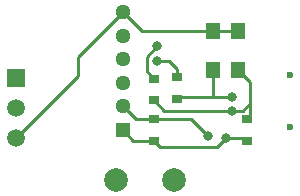
<source format=gbl>
G04 Layer_Physical_Order=2*
G04 Layer_Color=16711680*
%FSTAX24Y24*%
%MOIN*%
G70*
G01*
G75*
%ADD14R,0.0374X0.0315*%
%ADD17C,0.0100*%
%ADD18C,0.0512*%
%ADD19R,0.0512X0.0512*%
%ADD20C,0.0236*%
%ADD21C,0.0591*%
%ADD22R,0.0591X0.0591*%
%ADD23C,0.0787*%
%ADD24C,0.0320*%
%ADD25R,0.0480X0.0555*%
D14*
X04525Y031104D02*
D03*
Y030396D02*
D03*
X04215Y031746D02*
D03*
Y032454D02*
D03*
X0429Y031796D02*
D03*
Y032504D02*
D03*
X04215Y031104D02*
D03*
Y030396D02*
D03*
D17*
X03755Y0305D02*
X0396Y03255D01*
Y033187D01*
X0411Y034687D01*
X04525Y031104D02*
X04535Y031204D01*
Y03165D01*
X045146Y0305D02*
X04525Y030396D01*
X04455Y0305D02*
X045146D01*
X04215Y030396D02*
X042357Y030188D01*
X044238D01*
X04455Y0305D01*
X04495Y032756D02*
X04535Y032356D01*
Y03165D02*
Y032356D01*
X0451Y0314D02*
X04535Y03165D01*
X04475Y0314D02*
X0451D01*
X0441Y03185D02*
X04475D01*
X042954D02*
X0441D01*
Y032756D01*
X0411Y034687D02*
X041743Y034044D01*
X0441D01*
X04495D01*
X0411Y03075D02*
X041454Y030396D01*
X04215D01*
X043396Y031104D02*
X04395Y03055D01*
X04215Y031104D02*
X043396D01*
X041533D02*
X04215D01*
X0411Y031537D02*
X041533Y031104D01*
X04215Y031746D02*
X042496Y0314D01*
X04475D01*
X0429Y031796D02*
X042954Y03185D01*
X0429Y032504D02*
Y0328D01*
X04265Y03305D02*
X0429Y0328D01*
X04225Y03305D02*
X04265D01*
X0419Y0332D02*
X04225Y03355D01*
X0419Y032704D02*
Y0332D01*
Y032704D02*
X04215Y032454D01*
D18*
X0411Y034687D02*
D03*
Y0339D02*
D03*
Y033112D02*
D03*
Y031537D02*
D03*
Y032325D02*
D03*
D19*
Y03075D02*
D03*
D20*
X046678Y030854D02*
D03*
Y032586D02*
D03*
D21*
X03755Y0305D02*
D03*
Y0315D02*
D03*
D22*
Y0325D02*
D03*
D23*
X040875Y0291D02*
D03*
X042825D02*
D03*
D24*
X04455Y0305D02*
D03*
X04395Y03055D02*
D03*
X04475Y0314D02*
D03*
Y03185D02*
D03*
X04225Y03355D02*
D03*
Y03305D02*
D03*
D25*
X04495Y032756D02*
D03*
Y034044D02*
D03*
X0441Y032756D02*
D03*
Y034044D02*
D03*
M02*

</source>
